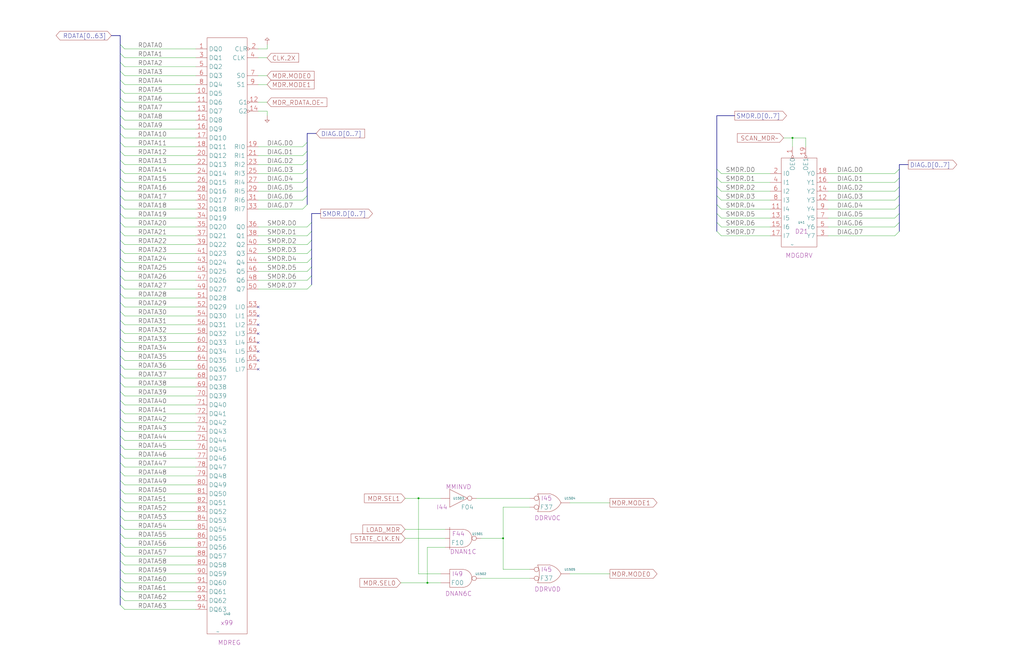
<source format=kicad_sch>
(kicad_sch (version 20230121) (generator eeschema)
  (paper "User" 584.2 378.46)
  (title_block (title "MERGE DATA REGISTER") (date "20-MAR-90") (rev "1.0") (comment 1 "FIU") (comment 2 "232-003065") (comment 3 "S400") (comment 4 "RELEASED"))
  (lib_symbols
    (symbol "r1000:F00" (pin_numbers hide) (pin_names hide)
      (property "Reference" "U" (at 15.24 0 0))
      (property "Value" "F00" (at 1.905 -5.08 0))
      (property "Location" "___" (at 1.905 0 0))
      (property "Name" "______" (at 2.54 -12.7 0))
      (symbol "F00_0_1"
        (polyline (pts (xy -2.54 -7.62) (xy 5.08 -7.62)) (stroke (width 0.1524)))
        (polyline (pts (xy -2.54 2.54) (xy -2.54 -7.62)) (stroke (width 0.1524)))
        (polyline (pts (xy -2.54 2.54) (xy 5.08 2.54)) (stroke (width 0.1524)))
        (arc (start 5.08 -7.62) (mid 10.1282 -2.54) (end 5.08 2.54) (stroke (width 0.1524)))
        (circle (center 11.43 -2.54) (radius 1.27) (stroke (width 0.1524)))
      )
      (symbol "F00_0_2"
        (circle (center -3.81 -5.08) (radius 1.27) (stroke (width 0.1524)))
        (circle (center -3.81 0) (radius 1.27) (stroke (width 0.1524)))
        (arc (start -3.175 -7.62) (mid -2.134 -2.54) (end -3.175 2.54) (stroke (width 0.1524)))
        (polyline (pts (xy -3.175 -7.62) (xy 3.81 -7.62)) (stroke (width 0.1524)))
        (polyline (pts (xy -3.175 2.54) (xy 3.81 2.54)) (stroke (width 0.1524)))
        (arc (start 3.81 -7.62) (mid 7.5855 -5.8306) (end 10.16 -2.54) (stroke (width 0.1524)))
        (arc (start 10.16 -2.54) (mid 7.5827 0.7471) (end 3.81 2.54) (stroke (width 0.1524)))
      )
      (symbol "F00_1_1"
        (pin input line (at -7.62 0 0) (length 5.08) (name "D0") (number "1"))
        (pin input line (at -7.62 -5.08 0) (length 5.08) (name "D1") (number "2"))
        (pin output line (at 15.24 -2.54 180) (length 2.54) (name "Q") (number "3"))
      )
      (symbol "F00_1_2"
        (pin input line (at -7.62 0 0) (length 2.54) (name "D0") (number "1"))
        (pin input line (at -7.62 -5.08 0) (length 2.54) (name "D1") (number "2"))
        (pin output line (at 15.24 -2.54 180) (length 5.08) (name "Q") (number "3"))
      )
    )
    (symbol "r1000:F04" (pin_numbers hide) (pin_names hide)
      (property "Reference" "U" (at 0 0 0))
      (property "Value" "F04" (at 1.27 -5.08 0))
      (property "Location" "___" (at -12.7 -5.08 0))
      (property "Name" "______" (at 0 5.08 0))
      (symbol "F04_0_1"
        (polyline (pts (xy -7.62 0) (xy -5.08 0)) (stroke (width 0.1524)))
        (polyline (pts (xy -5.08 5.08) (xy -5.08 -5.08)) (stroke (width 0.1524)))
        (polyline (pts (xy 5.08 0) (xy -5.08 -5.08)) (stroke (width 0.1524)))
        (polyline (pts (xy 5.08 0) (xy -5.08 5.08)) (stroke (width 0.1524)))
        (circle (center 6.35 0) (radius 1.27) (stroke (width 0.1524)))
      )
      (symbol "F04_1_1"
        (pin input line (at -10.16 0 0) (length 2.54) (name "D0") (number "1"))
        (pin output line (at 10.16 0 180) (length 2.54) (name "Q") (number "2"))
      )
    )
    (symbol "r1000:F10" (pin_numbers hide) (pin_names hide)
      (property "Reference" "U" (at 13.335 0 0))
      (property "Value" "F10" (at 5.715 -5.08 0))
      (property "Location" "___" (at -1.27 0 0))
      (property "Name" "______" (at -2.54 -10.16 0))
      (symbol "F10_0_1"
        (polyline (pts (xy -2.54 -7.62) (xy 5.08 -7.62)) (stroke (width 0.1524)))
        (polyline (pts (xy -2.54 2.54) (xy 5.08 2.54)) (stroke (width 0.1524)))
        (polyline (pts (xy -2.54 3.81) (xy -2.54 -8.89)) (stroke (width 0.1524)))
        (arc (start 5.08 -7.62) (mid 10.1282 -2.54) (end 5.08 2.54) (stroke (width 0.1524)))
        (circle (center 11.43 -2.54) (radius 1.27) (stroke (width 0.1524)))
      )
      (symbol "F10_0_2"
        (circle (center -3.81 -7.62) (radius 1.27) (stroke (width 0.1524)))
        (circle (center -3.81 2.54) (radius 1.27) (stroke (width 0.1524)))
        (circle (center -3.175 -2.54) (radius 1.27) (stroke (width 0.1524)))
        (arc (start -2.54 -7.62) (mid -1.8195 -2.54) (end -2.54 2.54) (stroke (width 0.1524)))
        (polyline (pts (xy -4.445 -2.54) (xy -5.08 -2.54)) (stroke (width 0.1524)))
        (polyline (pts (xy -2.54 -7.62) (xy 5.08 -7.62)) (stroke (width 0.1524)))
        (polyline (pts (xy -2.54 2.54) (xy 5.08 2.54)) (stroke (width 0.1524)))
        (polyline (pts (xy 10.795 -2.54) (xy 12.7 -2.54)) (stroke (width 0.1524)))
        (arc (start 5.08 -7.62) (mid 8.4845 -5.6954) (end 10.795 -2.54) (stroke (width 0.1524)))
        (arc (start 10.795 -2.54) (mid 8.4807 0.6111) (end 5.08 2.54) (stroke (width 0.1524)))
      )
      (symbol "F10_1_1"
        (pin input line (at -5.08 2.54 0) (length 2.54) (name "D0") (number "1"))
        (pin input line (at -5.08 -2.54 0) (length 2.54) (name "D1") (number "2"))
        (pin input line (at -5.08 -7.62 0) (length 2.54) (name "D2") (number "3"))
        (pin output line (at 15.24 -2.54 180) (length 2.54) (name "Q") (number "4"))
      )
      (symbol "F10_1_2"
        (pin input line (at -5.08 2.54 0) (length 0) (name "D0") (number "1"))
        (pin input line (at -5.08 -2.54 0) (length 0) (name "D1") (number "2"))
        (pin input line (at -5.08 -7.62 0) (length 0) (name "D2") (number "3"))
        (pin output line (at 15.24 -2.54 180) (length 2.54) (name "Q") (number "4"))
      )
    )
    (symbol "r1000:F244" (pin_names (offset 1.016))
      (property "Reference" "U" (at 2.54 5.08 0))
      (property "Value" "F244" (at -3.81 -7.62 0))
      (property "Location" "___" (at -1.27 0 0))
      (property "Name" "______" (at 1.27 -15.24 0))
      (symbol "F244_1_1"
        (rectangle (start -8.89 41.91) (end 11.43 -8.89))
        (circle (center -2.54 42.545) (radius 0.635))
        (circle (center 5.08 42.545) (radius 0.635))
        (pin input line (at -2.54 48.26 270) (length 5.08) (name "OE0") (number "1"))
        (pin input line (at -15.24 12.7 0) (length 6.35) (name "I4") (number "11"))
        (pin tri_state line (at 17.78 17.78 180) (length 6.35) (name "Y3") (number "12"))
        (pin input line (at -15.24 7.62 0) (length 6.35) (name "I5") (number "13"))
        (pin tri_state line (at 17.78 22.86 180) (length 6.35) (name "Y2") (number "14"))
        (pin input line (at -15.24 2.54 0) (length 6.35) (name "I6") (number "15"))
        (pin tri_state line (at 17.78 27.94 180) (length 6.35) (name "Y1") (number "16"))
        (pin input line (at -15.24 -2.54 0) (length 6.35) (name "I7") (number "17"))
        (pin tri_state line (at 17.78 33.02 180) (length 6.35) (name "Y0") (number "18"))
        (pin input line (at 5.08 48.26 270) (length 5.08) (name "OE1") (number "19"))
        (pin input line (at -15.24 33.02 0) (length 6.35) (name "I0") (number "2"))
        (pin tri_state line (at 17.78 -2.54 180) (length 6.35) (name "Y7") (number "3"))
        (pin input line (at -15.24 27.94 0) (length 6.35) (name "I1") (number "4"))
        (pin tri_state line (at 17.78 2.54 180) (length 6.35) (name "Y6") (number "5"))
        (pin input line (at -15.24 22.86 0) (length 6.35) (name "I2") (number "6"))
        (pin tri_state line (at 17.78 7.62 180) (length 6.35) (name "Y5") (number "7"))
        (pin input line (at -15.24 17.78 0) (length 6.35) (name "I3") (number "8"))
        (pin tri_state line (at 17.78 12.7 180) (length 6.35) (name "Y4") (number "9"))
      )
    )
    (symbol "r1000:F299X8" (pin_names (offset 1.016))
      (property "Reference" "U" (at 2.54 5.08 0))
      (property "Value" "F299X8" (at -3.81 -5.08 0))
      (property "Location" "___" (at -1.27 0 0))
      (property "Name" "______" (at 3.81 -12.7 0))
      (symbol "F299X8_1_1"
        (rectangle (start -8.89 334.01) (end 13.97 -6.35))
        (circle (center 14.605 292.1) (radius 0.635))
        (circle (center 14.605 297.18) (radius 0.635))
        (circle (center 14.605 327.66) (radius 0.635))
        (pin bidirectional line (at -15.24 327.66 0) (length 6.35) (name "DQ0") (number "1"))
        (pin bidirectional line (at -15.24 302.26 0) (length 6.35) (name "DQ5") (number "10"))
        (pin bidirectional line (at -15.24 297.18 0) (length 6.35) (name "DQ6") (number "11"))
        (pin input line (at 20.32 297.18 180) (length 5.08) (name "G1") (number "12"))
        (pin bidirectional line (at -15.24 292.1 0) (length 6.35) (name "DQ7") (number "13"))
        (pin input line (at 20.32 292.1 180) (length 5.08) (name "G2") (number "14"))
        (pin bidirectional line (at -15.24 287.02 0) (length 6.35) (name "DQ8") (number "15"))
        (pin bidirectional line (at -15.24 281.94 0) (length 6.35) (name "DQ9") (number "16"))
        (pin bidirectional line (at -15.24 276.86 0) (length 6.35) (name "DQ10") (number "17"))
        (pin bidirectional line (at -15.24 271.78 0) (length 6.35) (name "DQ11") (number "18"))
        (pin input line (at 20.32 271.78 180) (length 6.35) (name "RI0") (number "19"))
        (pin input line (at 20.32 327.66 180) (length 5.08) (name "CLR") (number "2"))
        (pin bidirectional line (at -15.24 266.7 0) (length 6.35) (name "DQ12") (number "20"))
        (pin input line (at 20.32 266.7 180) (length 6.35) (name "RI1") (number "21"))
        (pin bidirectional line (at -15.24 261.62 0) (length 6.35) (name "DQ13") (number "22"))
        (pin input line (at 20.32 261.62 180) (length 6.35) (name "RI2") (number "23"))
        (pin bidirectional line (at -15.24 256.54 0) (length 6.35) (name "DQ14") (number "24"))
        (pin input line (at 20.32 256.54 180) (length 6.35) (name "RI3") (number "25"))
        (pin bidirectional line (at -15.24 251.46 0) (length 6.35) (name "DQ15") (number "26"))
        (pin input line (at 20.32 251.46 180) (length 6.35) (name "RI4") (number "27"))
        (pin bidirectional line (at -15.24 246.38 0) (length 6.35) (name "DQ16") (number "28"))
        (pin input line (at 20.32 246.38 180) (length 6.35) (name "RI5") (number "29"))
        (pin bidirectional line (at -15.24 322.58 0) (length 6.35) (name "DQ1") (number "3"))
        (pin bidirectional line (at -15.24 241.3 0) (length 6.35) (name "DQ17") (number "30"))
        (pin input line (at 20.32 241.3 180) (length 6.35) (name "RI6") (number "31"))
        (pin bidirectional line (at -15.24 236.22 0) (length 6.35) (name "DQ18") (number "32"))
        (pin input line (at 20.32 236.22 180) (length 6.35) (name "RI7") (number "33"))
        (pin bidirectional line (at -15.24 231.14 0) (length 6.35) (name "DQ19") (number "34"))
        (pin bidirectional line (at -15.24 226.06 0) (length 6.35) (name "DQ20") (number "35"))
        (pin output line (at 20.32 226.06 180) (length 6.35) (name "Q0") (number "36"))
        (pin bidirectional line (at -15.24 220.98 0) (length 6.35) (name "DQ21") (number "37"))
        (pin output line (at 20.32 220.98 180) (length 6.35) (name "Q1") (number "38"))
        (pin bidirectional line (at -15.24 215.9 0) (length 6.35) (name "DQ22") (number "39"))
        (pin input line (at 20.32 322.58 180) (length 6.35) (name "CLK") (number "4"))
        (pin output line (at 20.32 215.9 180) (length 6.35) (name "Q2") (number "40"))
        (pin bidirectional line (at -15.24 210.82 0) (length 6.35) (name "DQ23") (number "41"))
        (pin output line (at 20.32 210.82 180) (length 6.35) (name "Q3") (number "42"))
        (pin bidirectional line (at -15.24 205.74 0) (length 6.35) (name "DQ24") (number "43"))
        (pin output line (at 20.32 205.74 180) (length 6.35) (name "Q4") (number "44"))
        (pin bidirectional line (at -15.24 200.66 0) (length 6.35) (name "DQ25") (number "45"))
        (pin output line (at 20.32 200.66 180) (length 6.35) (name "Q5") (number "46"))
        (pin bidirectional line (at -15.24 195.58 0) (length 6.35) (name "DQ26") (number "47"))
        (pin output line (at 20.32 195.58 180) (length 6.35) (name "Q6") (number "48"))
        (pin bidirectional line (at -15.24 190.5 0) (length 6.35) (name "DQ27") (number "49"))
        (pin bidirectional line (at -15.24 317.5 0) (length 6.35) (name "DQ2") (number "5"))
        (pin output line (at 20.32 190.5 180) (length 6.35) (name "Q7") (number "50"))
        (pin bidirectional line (at -15.24 185.42 0) (length 6.35) (name "DQ28") (number "51"))
        (pin bidirectional line (at -15.24 180.34 0) (length 6.35) (name "DQ29") (number "52"))
        (pin input line (at 20.32 180.34 180) (length 6.35) (name "LI0") (number "53"))
        (pin bidirectional line (at -15.24 175.26 0) (length 6.35) (name "DQ30") (number "54"))
        (pin input line (at 20.32 175.26 180) (length 6.35) (name "LI1") (number "55"))
        (pin bidirectional line (at -15.24 170.18 0) (length 6.35) (name "DQ31") (number "56"))
        (pin input line (at 20.32 170.18 180) (length 6.35) (name "LI2") (number "57"))
        (pin bidirectional line (at -15.24 165.1 0) (length 6.35) (name "DQ32") (number "58"))
        (pin input line (at 20.32 165.1 180) (length 6.35) (name "LI3") (number "59"))
        (pin bidirectional line (at -15.24 312.42 0) (length 6.35) (name "DQ3") (number "6"))
        (pin bidirectional line (at -15.24 160.02 0) (length 6.35) (name "DQ33") (number "60"))
        (pin input line (at 20.32 160.02 180) (length 6.35) (name "LI4") (number "61"))
        (pin bidirectional line (at -15.24 154.94 0) (length 6.35) (name "DQ34") (number "62"))
        (pin input line (at 20.32 154.94 180) (length 6.35) (name "LI5") (number "63"))
        (pin bidirectional line (at -15.24 149.86 0) (length 6.35) (name "DQ35") (number "64"))
        (pin input line (at 20.32 149.86 180) (length 6.35) (name "LI6") (number "65"))
        (pin bidirectional line (at -15.24 144.78 0) (length 6.35) (name "DQ36") (number "66"))
        (pin input line (at 20.32 144.78 180) (length 6.35) (name "LI7") (number "67"))
        (pin bidirectional line (at -15.24 139.7 0) (length 6.35) (name "DQ37") (number "68"))
        (pin bidirectional line (at -15.24 134.62 0) (length 6.35) (name "DQ38") (number "69"))
        (pin input line (at 20.32 312.42 180) (length 6.35) (name "S0") (number "7"))
        (pin bidirectional line (at -15.24 129.54 0) (length 6.35) (name "DQ39") (number "70"))
        (pin bidirectional line (at -15.24 124.46 0) (length 6.35) (name "DQ40") (number "71"))
        (pin bidirectional line (at -15.24 119.38 0) (length 6.35) (name "DQ41") (number "72"))
        (pin bidirectional line (at -15.24 114.3 0) (length 6.35) (name "DQ42") (number "73"))
        (pin bidirectional line (at -15.24 109.22 0) (length 6.35) (name "DQ43") (number "74"))
        (pin bidirectional line (at -15.24 104.14 0) (length 6.35) (name "DQ44") (number "75"))
        (pin bidirectional line (at -15.24 99.06 0) (length 6.35) (name "DQ45") (number "76"))
        (pin bidirectional line (at -15.24 93.98 0) (length 6.35) (name "DQ46") (number "77"))
        (pin bidirectional line (at -15.24 88.9 0) (length 6.35) (name "DQ47") (number "78"))
        (pin bidirectional line (at -15.24 83.82 0) (length 6.35) (name "DQ48") (number "79"))
        (pin bidirectional line (at -15.24 307.34 0) (length 6.35) (name "DQ4") (number "8"))
        (pin bidirectional line (at -15.24 78.74 0) (length 6.35) (name "DQ49") (number "80"))
        (pin bidirectional line (at -15.24 73.66 0) (length 6.35) (name "DQ50") (number "81"))
        (pin bidirectional line (at -15.24 68.58 0) (length 6.35) (name "DQ51") (number "82"))
        (pin bidirectional line (at -15.24 63.5 0) (length 6.35) (name "DQ52") (number "83"))
        (pin bidirectional line (at -15.24 58.42 0) (length 6.35) (name "DQ53") (number "84"))
        (pin bidirectional line (at -15.24 53.34 0) (length 6.35) (name "DQ54") (number "85"))
        (pin bidirectional line (at -15.24 48.26 0) (length 6.35) (name "DQ55") (number "86"))
        (pin bidirectional line (at -15.24 43.18 0) (length 6.35) (name "DQ56") (number "87"))
        (pin bidirectional line (at -15.24 38.1 0) (length 6.35) (name "DQ57") (number "88"))
        (pin bidirectional line (at -15.24 33.02 0) (length 6.35) (name "DQ58") (number "89"))
        (pin input line (at 20.32 307.34 180) (length 6.35) (name "S1") (number "9"))
        (pin bidirectional line (at -15.24 27.94 0) (length 6.35) (name "DQ59") (number "90"))
        (pin bidirectional line (at -15.24 22.86 0) (length 6.35) (name "DQ60") (number "91"))
        (pin bidirectional line (at -15.24 17.78 0) (length 6.35) (name "DQ61") (number "92"))
        (pin bidirectional line (at -15.24 12.7 0) (length 6.35) (name "DQ62") (number "93"))
        (pin bidirectional line (at -15.24 7.62 0) (length 6.35) (name "DQ63") (number "94"))
      )
    )
    (symbol "r1000:F37" (pin_numbers hide) (pin_names (offset 0) hide)
      (property "Reference" "U" (at 15.24 0 0))
      (property "Value" "F37" (at 1.905 -5.08 0))
      (property "Location" "___" (at 1.905 0 0))
      (property "Name" "______" (at 2.54 -12.7 0))
      (symbol "F37_0_1"
        (polyline (pts (xy -2.54 -7.62) (xy 5.08 -7.62)) (stroke (width 0.1524)))
        (polyline (pts (xy -2.54 2.54) (xy -2.54 -7.62)) (stroke (width 0.1524)))
        (polyline (pts (xy -2.54 2.54) (xy 5.08 2.54)) (stroke (width 0.1524)))
        (arc (start 5.08 -7.62) (mid 10.1282 -2.54) (end 5.08 2.54) (stroke (width 0.1524)))
        (circle (center 11.43 -2.54) (radius 1.27) (stroke (width 0.1524)))
      )
      (symbol "F37_0_2"
        (circle (center -3.81 -5.08) (radius 1.27) (stroke (width 0.1524)))
        (circle (center -3.81 0) (radius 1.27) (stroke (width 0.1524)))
        (arc (start -3.175 -7.62) (mid -2.134 -2.54) (end -3.175 2.54) (stroke (width 0.1524)))
        (polyline (pts (xy -3.175 -7.62) (xy 3.81 -7.62)) (stroke (width 0.1524)))
        (polyline (pts (xy -3.175 2.54) (xy 3.81 2.54)) (stroke (width 0.1524)))
        (arc (start 3.81 -7.62) (mid 7.5855 -5.8306) (end 10.16 -2.54) (stroke (width 0.1524)))
        (arc (start 10.16 -2.54) (mid 7.5827 0.7471) (end 3.81 2.54) (stroke (width 0.1524)))
      )
      (symbol "F37_1_1"
        (pin input line (at -7.62 0 0) (length 5.08) (name "D0") (number "1"))
        (pin input line (at -7.62 -5.08 0) (length 5.08) (name "D1") (number "2"))
        (pin output line (at 15.24 -2.54 180) (length 2.54) (name "Q") (number "3"))
      )
      (symbol "F37_1_2"
        (pin input line (at -7.62 0 0) (length 2.54) (name "D0") (number "1"))
        (pin input line (at -7.62 -5.08 0) (length 2.54) (name "D1") (number "2"))
        (pin output line (at 15.24 -2.54 180) (length 5.08) (name "Q") (number "3"))
      )
    )
    (symbol "r1000:PD" (power) (pin_numbers hide) (pin_names hide) (in_bom no)
      (symbol "PD_0_1"
        (polyline (pts (xy 0 -2.54) (xy 1.27 -2.54) (xy 0 -3.81) (xy -1.27 -2.54) (xy 0 -2.54)) (stroke (width 0.1524)))
      )
      (symbol "PD_1_1"
        (pin power_in line (at 0 0 270) (length 2.54) (name "PD") (number "1"))
      )
    )
    (symbol "r1000:PU" (power) (pin_numbers hide) (pin_names hide)
      (symbol "PU_0_1"
        (polyline (pts (xy 0 2.54) (xy -1.27 2.54) (xy 0 3.81) (xy 1.27 2.54) (xy 0 2.54)) (stroke (width 0.1524)))
      )
      (symbol "PU_1_1"
        (pin power_in line (at 0 0 90) (length 2.54) (name "PU") (number "1"))
      )
    )
  )
  (junction (at 243.84 332.74))
  (junction (at 287.02 307.34))
  (junction (at 238.76 284.48))
  (junction (at 452.12 78.74))
  (no_connect (at 147.32 180.34))
  (no_connect (at 147.32 185.42))
  (no_connect (at 147.32 205.74))
  (no_connect (at 147.32 175.26))
  (no_connect (at 147.32 200.66))
  (no_connect (at 147.32 210.82))
  (no_connect (at 147.32 195.58))
  (no_connect (at 147.32 190.5))
  (bus_entry (at 408.94 132.08) (size 2.54 2.54))
  (bus_entry (at 68.58 320.04) (size 2.54 2.54))
  (bus_entry (at 68.58 340.36) (size 2.54 2.54))
  (bus_entry (at 68.58 345.44) (size 2.54 2.54))
  (bus_entry (at 177.8 132.08) (size -2.54 2.54))
  (bus_entry (at 68.58 243.84) (size 2.54 2.54))
  (bus_entry (at 513.08 132.08) (size -2.54 2.54))
  (bus_entry (at 68.58 187.96) (size 2.54 2.54))
  (bus_entry (at 68.58 213.36) (size 2.54 2.54))
  (bus_entry (at 68.58 182.88) (size 2.54 2.54))
  (bus_entry (at 68.58 208.28) (size 2.54 2.54))
  (bus_entry (at 408.94 111.76) (size 2.54 2.54))
  (bus_entry (at 68.58 193.04) (size 2.54 2.54))
  (bus_entry (at 177.8 142.24) (size -2.54 2.54))
  (bus_entry (at 68.58 284.48) (size 2.54 2.54))
  (bus_entry (at 408.94 127) (size 2.54 2.54))
  (bus_entry (at 408.94 121.92) (size 2.54 2.54))
  (bus_entry (at 68.58 147.32) (size 2.54 2.54))
  (bus_entry (at 408.94 96.52) (size 2.54 2.54))
  (bus_entry (at 68.58 228.6) (size 2.54 2.54))
  (bus_entry (at 68.58 106.68) (size 2.54 2.54))
  (bus_entry (at 513.08 121.92) (size -2.54 2.54))
  (bus_entry (at 68.58 233.68) (size 2.54 2.54))
  (bus_entry (at 175.26 96.52) (size -2.54 2.54))
  (bus_entry (at 513.08 127) (size -2.54 2.54))
  (bus_entry (at 68.58 264.16) (size 2.54 2.54))
  (bus_entry (at 177.8 162.56) (size -2.54 2.54))
  (bus_entry (at 513.08 96.52) (size -2.54 2.54))
  (bus_entry (at 68.58 111.76) (size 2.54 2.54))
  (bus_entry (at 175.26 101.6) (size -2.54 2.54))
  (bus_entry (at 177.8 147.32) (size -2.54 2.54))
  (bus_entry (at 68.58 294.64) (size 2.54 2.54))
  (bus_entry (at 68.58 66.04) (size 2.54 2.54))
  (bus_entry (at 68.58 50.8) (size 2.54 2.54))
  (bus_entry (at 68.58 330.2) (size 2.54 2.54))
  (bus_entry (at 68.58 45.72) (size 2.54 2.54))
  (bus_entry (at 175.26 91.44) (size -2.54 2.54))
  (bus_entry (at 68.58 269.24) (size 2.54 2.54))
  (bus_entry (at 68.58 314.96) (size 2.54 2.54))
  (bus_entry (at 177.8 157.48) (size -2.54 2.54))
  (bus_entry (at 175.26 106.68) (size -2.54 2.54))
  (bus_entry (at 68.58 132.08) (size 2.54 2.54))
  (bus_entry (at 68.58 76.2) (size 2.54 2.54))
  (bus_entry (at 68.58 101.6) (size 2.54 2.54))
  (bus_entry (at 68.58 325.12) (size 2.54 2.54))
  (bus_entry (at 68.58 254) (size 2.54 2.54))
  (bus_entry (at 68.58 203.2) (size 2.54 2.54))
  (bus_entry (at 68.58 309.88) (size 2.54 2.54))
  (bus_entry (at 175.26 86.36) (size -2.54 2.54))
  (bus_entry (at 68.58 60.96) (size 2.54 2.54))
  (bus_entry (at 68.58 218.44) (size 2.54 2.54))
  (bus_entry (at 513.08 101.6) (size -2.54 2.54))
  (bus_entry (at 68.58 177.8) (size 2.54 2.54))
  (bus_entry (at 68.58 238.76) (size 2.54 2.54))
  (bus_entry (at 68.58 30.48) (size 2.54 2.54))
  (bus_entry (at 68.58 162.56) (size 2.54 2.54))
  (bus_entry (at 68.58 142.24) (size 2.54 2.54))
  (bus_entry (at 68.58 35.56) (size 2.54 2.54))
  (bus_entry (at 68.58 91.44) (size 2.54 2.54))
  (bus_entry (at 408.94 116.84) (size 2.54 2.54))
  (bus_entry (at 68.58 304.8) (size 2.54 2.54))
  (bus_entry (at 513.08 116.84) (size -2.54 2.54))
  (bus_entry (at 177.8 127) (size -2.54 2.54))
  (bus_entry (at 68.58 40.64) (size 2.54 2.54))
  (bus_entry (at 68.58 259.08) (size 2.54 2.54))
  (bus_entry (at 68.58 96.52) (size 2.54 2.54))
  (bus_entry (at 68.58 121.92) (size 2.54 2.54))
  (bus_entry (at 175.26 81.28) (size -2.54 2.54))
  (bus_entry (at 408.94 101.6) (size 2.54 2.54))
  (bus_entry (at 175.26 116.84) (size -2.54 2.54))
  (bus_entry (at 68.58 152.4) (size 2.54 2.54))
  (bus_entry (at 177.8 152.4) (size -2.54 2.54))
  (bus_entry (at 68.58 248.92) (size 2.54 2.54))
  (bus_entry (at 68.58 223.52) (size 2.54 2.54))
  (bus_entry (at 513.08 111.76) (size -2.54 2.54))
  (bus_entry (at 68.58 116.84) (size 2.54 2.54))
  (bus_entry (at 68.58 127) (size 2.54 2.54))
  (bus_entry (at 68.58 81.28) (size 2.54 2.54))
  (bus_entry (at 68.58 25.4) (size 2.54 2.54))
  (bus_entry (at 68.58 137.16) (size 2.54 2.54))
  (bus_entry (at 408.94 106.68) (size 2.54 2.54))
  (bus_entry (at 513.08 106.68) (size -2.54 2.54))
  (bus_entry (at 68.58 167.64) (size 2.54 2.54))
  (bus_entry (at 68.58 55.88) (size 2.54 2.54))
  (bus_entry (at 68.58 172.72) (size 2.54 2.54))
  (bus_entry (at 68.58 157.48) (size 2.54 2.54))
  (bus_entry (at 68.58 71.12) (size 2.54 2.54))
  (bus_entry (at 68.58 274.32) (size 2.54 2.54))
  (bus_entry (at 177.8 137.16) (size -2.54 2.54))
  (bus_entry (at 68.58 289.56) (size 2.54 2.54))
  (bus_entry (at 68.58 279.4) (size 2.54 2.54))
  (bus_entry (at 68.58 299.72) (size 2.54 2.54))
  (bus_entry (at 68.58 198.12) (size 2.54 2.54))
  (bus_entry (at 175.26 111.76) (size -2.54 2.54))
  (bus_entry (at 68.58 86.36) (size 2.54 2.54))
  (bus_entry (at 68.58 335.28) (size 2.54 2.54))
  (bus (pts (xy 68.58 340.36) (xy 68.58 345.44)))
  (bus (pts (xy 175.26 81.28) (xy 175.26 86.36)))
  (wire (pts (xy 175.26 134.62) (xy 147.32 134.62)))
  (wire (pts (xy 287.02 307.34) (xy 274.32 307.34)))
  (wire (pts (xy 238.76 327.66) (xy 238.76 284.48)))
  (wire (pts (xy 175.26 129.54) (xy 147.32 129.54)))
  (wire (pts (xy 71.12 119.38) (xy 111.76 119.38)))
  (wire (pts (xy 472.44 134.62) (xy 510.54 134.62)))
  (bus (pts (xy 68.58 203.2) (xy 68.58 208.28)))
  (wire (pts (xy 147.32 88.9) (xy 172.72 88.9)))
  (wire (pts (xy 472.44 129.54) (xy 510.54 129.54)))
  (bus (pts (xy 68.58 330.2) (xy 68.58 335.28)))
  (wire (pts (xy 147.32 27.94) (xy 152.4 27.94)))
  (wire (pts (xy 238.76 284.48) (xy 251.46 284.48)))
  (wire (pts (xy 147.32 114.3) (xy 172.72 114.3)))
  (bus (pts (xy 68.58 152.4) (xy 68.58 157.48)))
  (wire (pts (xy 71.12 68.58) (xy 111.76 68.58)))
  (bus (pts (xy 68.58 121.92) (xy 68.58 127)))
  (bus (pts (xy 68.58 147.32) (xy 68.58 152.4)))
  (bus (pts (xy 68.58 274.32) (xy 68.58 279.4)))
  (wire (pts (xy 71.12 342.9) (xy 111.76 342.9)))
  (wire (pts (xy 472.44 109.22) (xy 510.54 109.22)))
  (wire (pts (xy 452.12 78.74) (xy 452.12 83.82)))
  (wire (pts (xy 147.32 48.26) (xy 152.4 48.26)))
  (bus (pts (xy 68.58 223.52) (xy 68.58 228.6)))
  (wire (pts (xy 459.74 78.74) (xy 452.12 78.74)))
  (wire (pts (xy 71.12 205.74) (xy 111.76 205.74)))
  (wire (pts (xy 147.32 99.06) (xy 172.72 99.06)))
  (wire (pts (xy 411.48 104.14) (xy 439.42 104.14)))
  (bus (pts (xy 175.26 111.76) (xy 175.26 116.84)))
  (bus (pts (xy 68.58 233.68) (xy 68.58 238.76)))
  (bus (pts (xy 68.58 96.52) (xy 68.58 101.6)))
  (bus (pts (xy 177.8 142.24) (xy 177.8 147.32)))
  (wire (pts (xy 71.12 251.46) (xy 111.76 251.46)))
  (bus (pts (xy 408.94 127) (xy 408.94 132.08)))
  (wire (pts (xy 452.12 78.74) (xy 447.04 78.74)))
  (bus (pts (xy 68.58 182.88) (xy 68.58 187.96)))
  (wire (pts (xy 271.78 284.48) (xy 302.26 284.48)))
  (bus (pts (xy 68.58 66.04) (xy 68.58 71.12)))
  (bus (pts (xy 177.8 137.16) (xy 177.8 142.24)))
  (bus (pts (xy 68.58 167.64) (xy 68.58 172.72)))
  (bus (pts (xy 68.58 187.96) (xy 68.58 193.04)))
  (bus (pts (xy 68.58 101.6) (xy 68.58 106.68)))
  (wire (pts (xy 71.12 236.22) (xy 111.76 236.22)))
  (bus (pts (xy 175.26 96.52) (xy 175.26 101.6)))
  (bus (pts (xy 408.94 66.04) (xy 419.1 66.04)))
  (wire (pts (xy 147.32 33.02) (xy 152.4 33.02)))
  (wire (pts (xy 71.12 170.18) (xy 111.76 170.18)))
  (bus (pts (xy 68.58 35.56) (xy 68.58 40.64)))
  (bus (pts (xy 175.26 106.68) (xy 175.26 111.76)))
  (wire (pts (xy 71.12 327.66) (xy 111.76 327.66)))
  (wire (pts (xy 71.12 99.06) (xy 111.76 99.06)))
  (bus (pts (xy 68.58 264.16) (xy 68.58 269.24)))
  (wire (pts (xy 147.32 43.18) (xy 152.4 43.18)))
  (bus (pts (xy 513.08 116.84) (xy 513.08 121.92)))
  (wire (pts (xy 175.26 144.78) (xy 147.32 144.78)))
  (bus (pts (xy 68.58 162.56) (xy 68.58 167.64)))
  (wire (pts (xy 71.12 38.1) (xy 111.76 38.1)))
  (bus (pts (xy 408.94 66.04) (xy 408.94 96.52)))
  (wire (pts (xy 147.32 93.98) (xy 172.72 93.98)))
  (wire (pts (xy 302.26 289.56) (xy 287.02 289.56)))
  (wire (pts (xy 472.44 114.3) (xy 510.54 114.3)))
  (wire (pts (xy 459.74 83.82) (xy 459.74 78.74)))
  (bus (pts (xy 68.58 30.48) (xy 68.58 35.56)))
  (wire (pts (xy 71.12 139.7) (xy 111.76 139.7)))
  (bus (pts (xy 177.8 121.92) (xy 182.88 121.92)))
  (bus (pts (xy 68.58 45.72) (xy 68.58 50.8)))
  (bus (pts (xy 68.58 325.12) (xy 68.58 330.2)))
  (wire (pts (xy 71.12 231.14) (xy 111.76 231.14)))
  (wire (pts (xy 71.12 134.62) (xy 111.76 134.62)))
  (bus (pts (xy 175.26 86.36) (xy 175.26 91.44)))
  (wire (pts (xy 71.12 266.7) (xy 111.76 266.7)))
  (bus (pts (xy 175.26 91.44) (xy 175.26 96.52)))
  (wire (pts (xy 411.48 124.46) (xy 439.42 124.46)))
  (bus (pts (xy 68.58 314.96) (xy 68.58 320.04)))
  (bus (pts (xy 518.16 93.98) (xy 513.08 93.98)))
  (wire (pts (xy 71.12 312.42) (xy 111.76 312.42)))
  (bus (pts (xy 68.58 213.36) (xy 68.58 218.44)))
  (wire (pts (xy 71.12 43.18) (xy 111.76 43.18)))
  (wire (pts (xy 231.14 307.34) (xy 254 307.34)))
  (wire (pts (xy 287.02 289.56) (xy 287.02 307.34)))
  (wire (pts (xy 302.26 325.12) (xy 287.02 325.12)))
  (wire (pts (xy 71.12 124.46) (xy 111.76 124.46)))
  (wire (pts (xy 71.12 297.18) (xy 111.76 297.18)))
  (wire (pts (xy 147.32 63.5) (xy 152.4 63.5)))
  (wire (pts (xy 231.14 284.48) (xy 238.76 284.48)))
  (wire (pts (xy 411.48 109.22) (xy 439.42 109.22)))
  (bus (pts (xy 68.58 106.68) (xy 68.58 111.76)))
  (bus (pts (xy 68.58 111.76) (xy 68.58 116.84)))
  (wire (pts (xy 71.12 332.74) (xy 111.76 332.74)))
  (wire (pts (xy 71.12 175.26) (xy 111.76 175.26)))
  (bus (pts (xy 68.58 294.64) (xy 68.58 299.72)))
  (wire (pts (xy 231.14 302.26) (xy 254 302.26)))
  (wire (pts (xy 71.12 200.66) (xy 111.76 200.66)))
  (wire (pts (xy 71.12 149.86) (xy 111.76 149.86)))
  (bus (pts (xy 68.58 60.96) (xy 68.58 66.04)))
  (bus (pts (xy 68.58 208.28) (xy 68.58 213.36)))
  (wire (pts (xy 71.12 226.06) (xy 111.76 226.06)))
  (wire (pts (xy 71.12 27.94) (xy 111.76 27.94)))
  (bus (pts (xy 68.58 20.32) (xy 68.58 25.4)))
  (bus (pts (xy 68.58 71.12) (xy 68.58 76.2)))
  (wire (pts (xy 175.26 165.1) (xy 147.32 165.1)))
  (bus (pts (xy 68.58 269.24) (xy 68.58 274.32)))
  (bus (pts (xy 177.8 127) (xy 177.8 121.92)))
  (wire (pts (xy 71.12 302.26) (xy 111.76 302.26)))
  (bus (pts (xy 408.94 121.92) (xy 408.94 127)))
  (wire (pts (xy 71.12 281.94) (xy 111.76 281.94)))
  (wire (pts (xy 325.12 287.02) (xy 347.98 287.02)))
  (bus (pts (xy 68.58 81.28) (xy 68.58 86.36)))
  (wire (pts (xy 71.12 215.9) (xy 111.76 215.9)))
  (wire (pts (xy 71.12 63.5) (xy 111.76 63.5)))
  (bus (pts (xy 68.58 172.72) (xy 68.58 177.8)))
  (wire (pts (xy 411.48 99.06) (xy 439.42 99.06)))
  (wire (pts (xy 152.4 63.5) (xy 152.4 66.04)))
  (wire (pts (xy 411.48 134.62) (xy 439.42 134.62)))
  (wire (pts (xy 71.12 317.5) (xy 111.76 317.5)))
  (wire (pts (xy 243.84 332.74) (xy 251.46 332.74)))
  (wire (pts (xy 287.02 325.12) (xy 287.02 307.34)))
  (bus (pts (xy 513.08 127) (xy 513.08 132.08)))
  (bus (pts (xy 68.58 86.36) (xy 68.58 91.44)))
  (bus (pts (xy 68.58 177.8) (xy 68.58 182.88)))
  (wire (pts (xy 71.12 292.1) (xy 111.76 292.1)))
  (wire (pts (xy 254 312.42) (xy 243.84 312.42)))
  (wire (pts (xy 71.12 109.22) (xy 111.76 109.22)))
  (wire (pts (xy 71.12 241.3) (xy 111.76 241.3)))
  (wire (pts (xy 411.48 119.38) (xy 439.42 119.38)))
  (wire (pts (xy 147.32 109.22) (xy 172.72 109.22)))
  (bus (pts (xy 68.58 243.84) (xy 68.58 248.92)))
  (wire (pts (xy 71.12 220.98) (xy 111.76 220.98)))
  (bus (pts (xy 68.58 299.72) (xy 68.58 304.8)))
  (bus (pts (xy 68.58 142.24) (xy 68.58 147.32)))
  (bus (pts (xy 175.26 76.2) (xy 175.26 81.28)))
  (wire (pts (xy 147.32 104.14) (xy 172.72 104.14)))
  (wire (pts (xy 71.12 185.42) (xy 111.76 185.42)))
  (wire (pts (xy 71.12 271.78) (xy 111.76 271.78)))
  (bus (pts (xy 68.58 116.84) (xy 68.58 121.92)))
  (bus (pts (xy 68.58 289.56) (xy 68.58 294.64)))
  (bus (pts (xy 513.08 111.76) (xy 513.08 116.84)))
  (bus (pts (xy 180.34 76.2) (xy 175.26 76.2)))
  (wire (pts (xy 71.12 93.98) (xy 111.76 93.98)))
  (wire (pts (xy 71.12 83.82) (xy 111.76 83.82)))
  (bus (pts (xy 63.5 20.32) (xy 68.58 20.32)))
  (wire (pts (xy 71.12 144.78) (xy 111.76 144.78)))
  (wire (pts (xy 472.44 124.46) (xy 510.54 124.46)))
  (bus (pts (xy 408.94 101.6) (xy 408.94 106.68)))
  (wire (pts (xy 274.32 330.2) (xy 302.26 330.2)))
  (wire (pts (xy 147.32 119.38) (xy 172.72 119.38)))
  (bus (pts (xy 68.58 157.48) (xy 68.58 162.56)))
  (wire (pts (xy 147.32 58.42) (xy 152.4 58.42)))
  (wire (pts (xy 472.44 119.38) (xy 510.54 119.38)))
  (wire (pts (xy 147.32 83.82) (xy 172.72 83.82)))
  (bus (pts (xy 68.58 193.04) (xy 68.58 198.12)))
  (wire (pts (xy 71.12 154.94) (xy 111.76 154.94)))
  (bus (pts (xy 408.94 96.52) (xy 408.94 101.6)))
  (bus (pts (xy 177.8 157.48) (xy 177.8 162.56)))
  (bus (pts (xy 513.08 106.68) (xy 513.08 111.76)))
  (wire (pts (xy 243.84 312.42) (xy 243.84 332.74)))
  (wire (pts (xy 71.12 307.34) (xy 111.76 307.34)))
  (bus (pts (xy 68.58 137.16) (xy 68.58 142.24)))
  (wire (pts (xy 71.12 78.74) (xy 111.76 78.74)))
  (bus (pts (xy 177.8 132.08) (xy 177.8 137.16)))
  (bus (pts (xy 68.58 198.12) (xy 68.58 203.2)))
  (bus (pts (xy 68.58 127) (xy 68.58 132.08)))
  (bus (pts (xy 177.8 127) (xy 177.8 132.08)))
  (wire (pts (xy 71.12 246.38) (xy 111.76 246.38)))
  (bus (pts (xy 68.58 304.8) (xy 68.58 309.88)))
  (bus (pts (xy 408.94 106.68) (xy 408.94 111.76)))
  (bus (pts (xy 513.08 96.52) (xy 513.08 101.6)))
  (wire (pts (xy 71.12 276.86) (xy 111.76 276.86)))
  (wire (pts (xy 152.4 25.4) (xy 152.4 27.94)))
  (bus (pts (xy 68.58 25.4) (xy 68.58 30.48)))
  (wire (pts (xy 71.12 322.58) (xy 111.76 322.58)))
  (bus (pts (xy 68.58 76.2) (xy 68.58 81.28)))
  (wire (pts (xy 71.12 347.98) (xy 111.76 347.98)))
  (bus (pts (xy 177.8 152.4) (xy 177.8 157.48)))
  (wire (pts (xy 472.44 99.06) (xy 510.54 99.06)))
  (bus (pts (xy 68.58 248.92) (xy 68.58 254)))
  (bus (pts (xy 68.58 335.28) (xy 68.58 340.36)))
  (wire (pts (xy 71.12 337.82) (xy 111.76 337.82)))
  (wire (pts (xy 71.12 287.02) (xy 111.76 287.02)))
  (wire (pts (xy 71.12 88.9) (xy 111.76 88.9)))
  (wire (pts (xy 71.12 180.34) (xy 111.76 180.34)))
  (bus (pts (xy 68.58 50.8) (xy 68.58 55.88)))
  (bus (pts (xy 68.58 218.44) (xy 68.58 223.52)))
  (bus (pts (xy 513.08 121.92) (xy 513.08 127)))
  (wire (pts (xy 175.26 154.94) (xy 147.32 154.94)))
  (bus (pts (xy 68.58 259.08) (xy 68.58 264.16)))
  (wire (pts (xy 71.12 104.14) (xy 111.76 104.14)))
  (wire (pts (xy 71.12 58.42) (xy 111.76 58.42)))
  (bus (pts (xy 175.26 101.6) (xy 175.26 106.68)))
  (wire (pts (xy 71.12 165.1) (xy 111.76 165.1)))
  (wire (pts (xy 175.26 139.7) (xy 147.32 139.7)))
  (wire (pts (xy 71.12 195.58) (xy 111.76 195.58)))
  (wire (pts (xy 71.12 190.5) (xy 111.76 190.5)))
  (wire (pts (xy 71.12 261.62) (xy 111.76 261.62)))
  (bus (pts (xy 68.58 228.6) (xy 68.58 233.68)))
  (bus (pts (xy 68.58 55.88) (xy 68.58 60.96)))
  (wire (pts (xy 251.46 327.66) (xy 238.76 327.66)))
  (wire (pts (xy 325.12 327.66) (xy 347.98 327.66)))
  (wire (pts (xy 71.12 114.3) (xy 111.76 114.3)))
  (wire (pts (xy 71.12 73.66) (xy 111.76 73.66)))
  (bus (pts (xy 68.58 91.44) (xy 68.58 96.52)))
  (wire (pts (xy 228.6 332.74) (xy 243.84 332.74)))
  (wire (pts (xy 71.12 256.54) (xy 111.76 256.54)))
  (bus (pts (xy 408.94 116.84) (xy 408.94 121.92)))
  (bus (pts (xy 408.94 111.76) (xy 408.94 116.84)))
  (bus (pts (xy 68.58 279.4) (xy 68.58 284.48)))
  (wire (pts (xy 71.12 210.82) (xy 111.76 210.82)))
  (wire (pts (xy 472.44 104.14) (xy 510.54 104.14)))
  (bus (pts (xy 68.58 309.88) (xy 68.58 314.96)))
  (wire (pts (xy 71.12 48.26) (xy 111.76 48.26)))
  (wire (pts (xy 175.26 149.86) (xy 147.32 149.86)))
  (bus (pts (xy 513.08 101.6) (xy 513.08 106.68)))
  (wire (pts (xy 71.12 53.34) (xy 111.76 53.34)))
  (bus (pts (xy 68.58 320.04) (xy 68.58 325.12)))
  (bus (pts (xy 68.58 238.76) (xy 68.58 243.84)))
  (wire (pts (xy 71.12 33.02) (xy 111.76 33.02)))
  (wire (pts (xy 71.12 129.54) (xy 111.76 129.54)))
  (bus (pts (xy 513.08 93.98) (xy 513.08 96.52)))
  (wire (pts (xy 411.48 114.3) (xy 439.42 114.3)))
  (wire (pts (xy 411.48 129.54) (xy 439.42 129.54)))
  (wire (pts (xy 71.12 160.02) (xy 111.76 160.02)))
  (bus (pts (xy 68.58 132.08) (xy 68.58 137.16)))
  (bus (pts (xy 177.8 147.32) (xy 177.8 152.4)))
  (bus (pts (xy 68.58 254) (xy 68.58 259.08)))
  (wire (pts (xy 175.26 160.02) (xy 147.32 160.02)))
  (bus (pts (xy 68.58 284.48) (xy 68.58 289.56)))
  (bus (pts (xy 68.58 40.64) (xy 68.58 45.72)))
  (label "RDATA49" (at 78.74 276.86 0) (effects (font (size 2.54 2.54))))
  (label "RDATA18" (at 78.74 119.38 0) (effects (font (size 2.54 2.54))))
  (label "RDATA59" (at 78.74 327.66 0) (effects (font (size 2.54 2.54))))
  (label "DIAG.D4" (at 152.4 104.14 0) (effects (font (size 2.54 2.54))))
  (label "SMDR.D5" (at 414.02 124.46 0) (effects (font (size 2.54 2.54))))
  (label "SMDR.D7" (at 152.4 165.1 0) (effects (font (size 2.54 2.54))))
  (label "SMDR.D3" (at 152.4 144.78 0) (effects (font (size 2.54 2.54))))
  (label "RDATA20" (at 78.74 129.54 0) (effects (font (size 2.54 2.54))))
  (label "DIAG.D2" (at 477.52 109.22 0) (effects (font (size 2.54 2.54))))
  (label "RDATA45" (at 78.74 256.54 0) (effects (font (size 2.54 2.54))))
  (label "RDATA12" (at 78.74 88.9 0) (effects (font (size 2.54 2.54))))
  (label "RDATA16" (at 78.74 109.22 0) (effects (font (size 2.54 2.54))))
  (label "RDATA14" (at 78.74 99.06 0) (effects (font (size 2.54 2.54))))
  (label "DIAG.D7" (at 477.52 134.62 0) (effects (font (size 2.54 2.54))))
  (label "RDATA17" (at 78.74 114.3 0) (effects (font (size 2.54 2.54))))
  (label "SMDR.D1" (at 414.02 104.14 0) (effects (font (size 2.54 2.54))))
  (label "RDATA35" (at 78.74 205.74 0) (effects (font (size 2.54 2.54))))
  (label "RDATA47" (at 78.74 266.7 0) (effects (font (size 2.54 2.54))))
  (label "RDATA56" (at 78.74 312.42 0) (effects (font (size 2.54 2.54))))
  (label "RDATA34" (at 78.74 200.66 0) (effects (font (size 2.54 2.54))))
  (label "RDATA5" (at 78.74 53.34 0) (effects (font (size 2.54 2.54))))
  (label "RDATA53" (at 78.74 297.18 0) (effects (font (size 2.54 2.54))))
  (label "RDATA62" (at 78.74 342.9 0) (effects (font (size 2.54 2.54))))
  (label "RDATA28" (at 78.74 170.18 0) (effects (font (size 2.54 2.54))))
  (label "DIAG.D1" (at 152.4 88.9 0) (effects (font (size 2.54 2.54))))
  (label "RDATA57" (at 78.74 317.5 0) (effects (font (size 2.54 2.54))))
  (label "RDATA36" (at 78.74 210.82 0) (effects (font (size 2.54 2.54))))
  (label "DIAG.D6" (at 477.52 129.54 0) (effects (font (size 2.54 2.54))))
  (label "RDATA1" (at 78.74 33.02 0) (effects (font (size 2.54 2.54))))
  (label "SMDR.D7" (at 414.02 134.62 0) (effects (font (size 2.54 2.54))))
  (label "RDATA25" (at 78.74 154.94 0) (effects (font (size 2.54 2.54))))
  (label "DIAG.D5" (at 477.52 124.46 0) (effects (font (size 2.54 2.54))))
  (label "RDATA23" (at 78.74 144.78 0) (effects (font (size 2.54 2.54))))
  (label "RDATA31" (at 78.74 185.42 0) (effects (font (size 2.54 2.54))))
  (label "DIAG.D6" (at 152.4 114.3 0) (effects (font (size 2.54 2.54))))
  (label "SMDR.D5" (at 152.4 154.94 0) (effects (font (size 2.54 2.54))))
  (label "RDATA30" (at 78.74 180.34 0) (effects (font (size 2.54 2.54))))
  (label "SMDR.D6" (at 414.02 129.54 0) (effects (font (size 2.54 2.54))))
  (label "RDATA41" (at 78.74 236.22 0) (effects (font (size 2.54 2.54))))
  (label "SMDR.D2" (at 152.4 139.7 0) (effects (font (size 2.54 2.54))))
  (label "RDATA60" (at 78.74 332.74 0) (effects (font (size 2.54 2.54))))
  (label "RDATA55" (at 78.74 307.34 0) (effects (font (size 2.54 2.54))))
  (label "SMDR.D4" (at 414.02 119.38 0) (effects (font (size 2.54 2.54))))
  (label "RDATA32" (at 78.74 190.5 0) (effects (font (size 2.54 2.54))))
  (label "RDATA50" (at 78.74 281.94 0) (effects (font (size 2.54 2.54))))
  (label "DIAG.D0" (at 152.4 83.82 0) (effects (font (size 2.54 2.54))))
  (label "RDATA39" (at 78.74 226.06 0) (effects (font (size 2.54 2.54))))
  (label "SMDR.D6" (at 152.4 160.02 0) (effects (font (size 2.54 2.54))))
  (label "RDATA21" (at 78.74 134.62 0) (effects (font (size 2.54 2.54))))
  (label "RDATA24" (at 78.74 149.86 0) (effects (font (size 2.54 2.54))))
  (label "RDATA7" (at 78.74 63.5 0) (effects (font (size 2.54 2.54))))
  (label "RDATA2" (at 78.74 38.1 0) (effects (font (size 2.54 2.54))))
  (label "RDATA42" (at 78.74 241.3 0) (effects (font (size 2.54 2.54))))
  (label "RDATA13" (at 78.74 93.98 0) (effects (font (size 2.54 2.54))))
  (label "RDATA52" (at 78.74 292.1 0) (effects (font (size 2.54 2.54))))
  (label "RDATA54" (at 78.74 302.26 0) (effects (font (size 2.54 2.54))))
  (label "DIAG.D3" (at 477.52 114.3 0) (effects (font (size 2.54 2.54))))
  (label "DIAG.D4" (at 477.52 119.38 0) (effects (font (size 2.54 2.54))))
  (label "RDATA8" (at 78.74 68.58 0) (effects (font (size 2.54 2.54))))
  (label "DIAG.D2" (at 152.4 93.98 0) (effects (font (size 2.54 2.54))))
  (label "RDATA63" (at 78.74 347.98 0) (effects (font (size 2.54 2.54))))
  (label "SMDR.D0" (at 414.02 99.06 0) (effects (font (size 2.54 2.54))))
  (label "RDATA43" (at 78.74 246.38 0) (effects (font (size 2.54 2.54))))
  (label "RDATA61" (at 78.74 337.82 0) (effects (font (size 2.54 2.54))))
  (label "RDATA48" (at 78.74 271.78 0) (effects (font (size 2.54 2.54))))
  (label "DIAG.D1" (at 477.52 104.14 0) (effects (font (size 2.54 2.54))))
  (label "RDATA19" (at 78.74 124.46 0) (effects (font (size 2.54 2.54))))
  (label "SMDR.D1" (at 152.4 134.62 0) (effects (font (size 2.54 2.54))))
  (label "RDATA10" (at 78.74 78.74 0) (effects (font (size 2.54 2.54))))
  (label "RDATA15" (at 78.74 104.14 0) (effects (font (size 2.54 2.54))))
  (label "DIAG.D0" (at 477.52 99.06 0) (effects (font (size 2.54 2.54))))
  (label "DIAG.D5" (at 152.4 109.22 0) (effects (font (size 2.54 2.54))))
  (label "RDATA58" (at 78.74 322.58 0) (effects (font (size 2.54 2.54))))
  (label "SMDR.D2" (at 414.02 109.22 0) (effects (font (size 2.54 2.54))))
  (label "RDATA40" (at 78.74 231.14 0) (effects (font (size 2.54 2.54))))
  (label "RDATA6" (at 78.74 58.42 0) (effects (font (size 2.54 2.54))))
  (label "DIAG.D3" (at 152.4 99.06 0) (effects (font (size 2.54 2.54))))
  (label "RDATA51" (at 78.74 287.02 0) (effects (font (size 2.54 2.54))))
  (label "RDATA46" (at 78.74 261.62 0) (effects (font (size 2.54 2.54))))
  (label "RDATA38" (at 78.74 220.98 0) (effects (font (size 2.54 2.54))))
  (label "SMDR.D4" (at 152.4 149.86 0) (effects (font (size 2.54 2.54))))
  (label "RDATA22" (at 78.74 139.7 0) (effects (font (size 2.54 2.54))))
  (label "RDATA4" (at 78.74 48.26 0) (effects (font (size 2.54 2.54))))
  (label "RDATA27" (at 78.74 165.1 0) (effects (font (size 2.54 2.54))))
  (label "SMDR.D3" (at 414.02 114.3 0) (effects (font (size 2.54 2.54))))
  (label "RDATA0" (at 78.74 27.94 0) (effects (font (size 2.54 2.54))))
  (label "RDATA26" (at 78.74 160.02 0) (effects (font (size 2.54 2.54))))
  (label "SMDR.D0" (at 152.4 129.54 0) (effects (font (size 2.54 2.54))))
  (label "RDATA9" (at 78.74 73.66 0) (effects (font (size 2.54 2.54))))
  (label "RDATA29" (at 78.74 175.26 0) (effects (font (size 2.54 2.54))))
  (label "RDATA11" (at 78.74 83.82 0) (effects (font (size 2.54 2.54))))
  (label "RDATA44" (at 78.74 251.46 0) (effects (font (size 2.54 2.54))))
  (label "RDATA37" (at 78.74 215.9 0) (effects (font (size 2.54 2.54))))
  (label "DIAG.D7" (at 152.4 119.38 0) (effects (font (size 2.54 2.54))))
  (label "RDATA3" (at 78.74 43.18 0) (effects (font (size 2.54 2.54))))
  (label "RDATA33" (at 78.74 195.58 0) (effects (font (size 2.54 2.54))))
  (global_label "MDR.MODE0" (shape output) (at 347.98 327.66 0) (effects (font (size 2.54 2.54))) (property "Intersheetrefs" "${INTERSHEET_REFS}" (at 374.8193 327.5013 0) (effects (font (size 1.905 1.905)) (justify left))))
  (global_label "MDR.MODE1" (shape output) (at 347.98 287.02 0) (effects (font (size 2.54 2.54))) (property "Intersheetrefs" "${INTERSHEET_REFS}" (at 374.8193 286.8613 0) (effects (font (size 1.905 1.905)) (justify left))))
  (global_label "CLK.2X" (shape input) (at 152.4 33.02 0) (effects (font (size 2.54 2.54))) (property "Intersheetrefs" "${INTERSHEET_REFS}" (at 179.6022 32.8613 0) (effects (font (size 1.905 1.905)) (justify left))))
  (global_label "RDATA[0..63]" (shape bidirectional) (at 63.5 20.32 180) (effects (font (size 2.54 2.54))) (property "Intersheetrefs" "${INTERSHEET_REFS}" (at 31.3526 20.32 0) (effects (font (size 1.905 1.905)) (justify right))))
  (global_label "DIAG.D[0..7]" (shape input) (at 180.34 76.2 0) (effects (font (size 2.54 2.54))) (property "Intersheetrefs" "${INTERSHEET_REFS}" (at 208.6926 76.2 0) (effects (font (size 1.905 1.905)) (justify left))))
  (global_label "SCAN_MDR~" (shape input) (at 447.04 78.74 180) (effects (font (size 2.54 2.54))) (property "Intersheetrefs" "${INTERSHEET_REFS}" (at 420.6845 78.5813 0) (effects (font (size 1.905 1.905)) (justify right))))
  (global_label "STATE_CLK.EN" (shape input) (at 231.14 307.34 180) (effects (font (size 2.54 2.54))) (property "Intersheetrefs" "${INTERSHEET_REFS}" (at 199.3249 307.34 0) (effects (justify right))))
  (global_label "MDR.MODE0" (shape input) (at 152.4 43.18 0) (effects (font (size 2.54 2.54))) (property "Intersheetrefs" "${INTERSHEET_REFS}" (at 179.9063 43.18 0) (effects (justify left))))
  (global_label "MDR.MODE1" (shape input) (at 152.4 48.26 0) (effects (font (size 2.54 2.54))) (property "Intersheetrefs" "${INTERSHEET_REFS}" (at 179.9063 48.26 0) (effects (justify left))))
  (global_label "SMDR.D[0..7]" (shape output) (at 419.1 66.04 0) (effects (font (size 2.54 2.54))) (property "Intersheetrefs" "${INTERSHEET_REFS}" (at 448.7212 65.8813 0) (effects (font (size 1.905 1.905)) (justify left))))
  (global_label "MDR.SEL1" (shape input) (at 231.14 284.48 180) (effects (font (size 2.54 2.54))) (property "Intersheetrefs" "${INTERSHEET_REFS}" (at 208.1197 284.3213 0) (effects (font (size 1.905 1.905)) (justify right))))
  (global_label "DIAG.D[0..7]" (shape output) (at 518.16 93.98 0) (effects (font (size 2.54 2.54))) (property "Intersheetrefs" "${INTERSHEET_REFS}" (at 546.5126 93.98 0) (effects (font (size 1.905 1.905)) (justify left))))
  (global_label "MDR_RDATA.OE~" (shape input) (at 152.4 58.42 0) (effects (font (size 2.54 2.54))) (property "Intersheetrefs" "${INTERSHEET_REFS}" (at 186.4965 58.2613 0) (effects (font (size 1.905 1.905)) (justify left))))
  (global_label "MDR.SEL0" (shape input) (at 228.6 332.74 180) (effects (font (size 2.54 2.54))) (property "Intersheetrefs" "${INTERSHEET_REFS}" (at 205.5797 332.5813 0) (effects (font (size 1.905 1.905)) (justify right))))
  (global_label "SMDR.D[0..7]" (shape output) (at 182.88 121.92 0) (effects (font (size 2.54 2.54))) (property "Intersheetrefs" "${INTERSHEET_REFS}" (at 212.5012 121.7613 0) (effects (font (size 1.905 1.905)) (justify left))))
  (global_label "LOAD_MDR" (shape input) (at 231.14 302.26 180) (effects (font (size 2.54 2.54))) (property "Intersheetrefs" "${INTERSHEET_REFS}" (at 207.1521 302.1013 0) (effects (font (size 1.905 1.905)) (justify right))))
  (symbol (lib_id "r1000:F10") (at 259.08 304.8 0) (unit 1)
    (property "Reference" "U1501" (at 272.415 304.8 0))
    (property "Value" "F10" (at 264.795 309.88 0) (effects (font (size 2.54 2.54)) (justify right)))
    (property "Location" "F44" (at 257.81 304.8 0) (effects (font (size 2.54 2.54)) (justify left)))
    (property "Name" "DNAN1C" (at 256.54 314.96 0) (effects (font (size 2.54 2.54)) (justify left)))
  )
  (symbol (lib_id "r1000:F04") (at 261.62 284.48 0) (unit 1)
    (property "Reference" "U1503" (at 261.62 284.48 0))
    (property "Value" "F04" (at 262.89 289.56 0) (effects (font (size 2.54 2.54)) (justify left)))
    (property "Location" "I44" (at 248.92 289.56 0) (effects (font (size 2.54 2.54)) (justify left)))
    (property "Name" "MMINVD" (at 261.62 279.4 0) (effects (font (size 2.54 2.54)) (justify bottom)))
  )
  (symbol (lib_id "r1000:F00") (at 259.08 327.66 0) (unit 1)
    (property "Reference" "U1502" (at 274.32 327.66 0))
    (property "Value" "F00" (at 260.985 332.74 0) (effects (font (size 2.54 2.54))))
    (property "Location" "I49" (at 260.985 327.66 0) (effects (font (size 2.54 2.54))))
    (property "Name" "DNAN6C" (at 261.62 340.36 0) (effects (font (size 2.54 2.54)) (justify bottom)))
  )
  (symbol (lib_id "r1000:F244") (at 454.66 132.08 0) (unit 1)
    (property "Reference" "U41" (at 457.2 127 0))
    (property "Value" "~" (at 450.85 139.7 0) (effects (font (size 2.54 2.54)) (justify left)))
    (property "Location" "D21" (at 453.39 132.08 0) (effects (font (size 2.54 2.54)) (justify left)))
    (property "Name" "MDGDRV" (at 455.93 147.32 0) (effects (font (size 2.54 2.54)) (justify bottom)))
  )
  (symbol (lib_id "r1000:PD") (at 152.4 66.04 0) (unit 1) (in_bom no)
    (property "Reference" "#U09" (effects hide))
  )
  (symbol (lib_id "r1000:PU") (at 152.4 25.4 0) (unit 1)
    (property "Reference" "#U08" (effects hide))
  )
  (symbol (lib_id "r1000:F299X8") (at 127 355.6 0) (unit 1)
    (property "Reference" "U40" (at 129.54 350.52 0))
    (property "Value" "~" (at 123.19 360.68 0) (effects (font (size 2.54 2.54)) (justify left)))
    (property "Location" "x99" (at 125.73 355.6 0) (effects (font (size 2.54 2.54)) (justify left)))
    (property "Name" "MDREG" (at 130.81 368.3 0) (effects (font (size 2.54 2.54)) (justify bottom)))
  )
  (symbol (lib_id "r1000:F37") (at 309.88 284.48 0) (unit 1) (convert 2)
    (property "Reference" "U1504" (at 325.12 284.48 0))
    (property "Value" "F37" (at 311.785 289.56 0) (effects (font (size 2.54 2.54))))
    (property "Location" "I45" (at 311.785 284.48 0) (effects (font (size 2.54 2.54))))
    (property "Name" "DDRV0C" (at 312.42 297.18 0) (effects (font (size 2.54 2.54)) (justify bottom)))
  )
  (symbol (lib_id "r1000:F37") (at 309.88 325.12 0) (unit 1) (convert 2)
    (property "Reference" "U1505" (at 325.12 325.12 0))
    (property "Value" "F37" (at 311.785 330.2 0) (effects (font (size 2.54 2.54))))
    (property "Location" "I45" (at 311.785 325.12 0) (effects (font (size 2.54 2.54))))
    (property "Name" "DDRV0D" (at 312.42 337.82 0) (effects (font (size 2.54 2.54)) (justify bottom)))
  )
)
</source>
